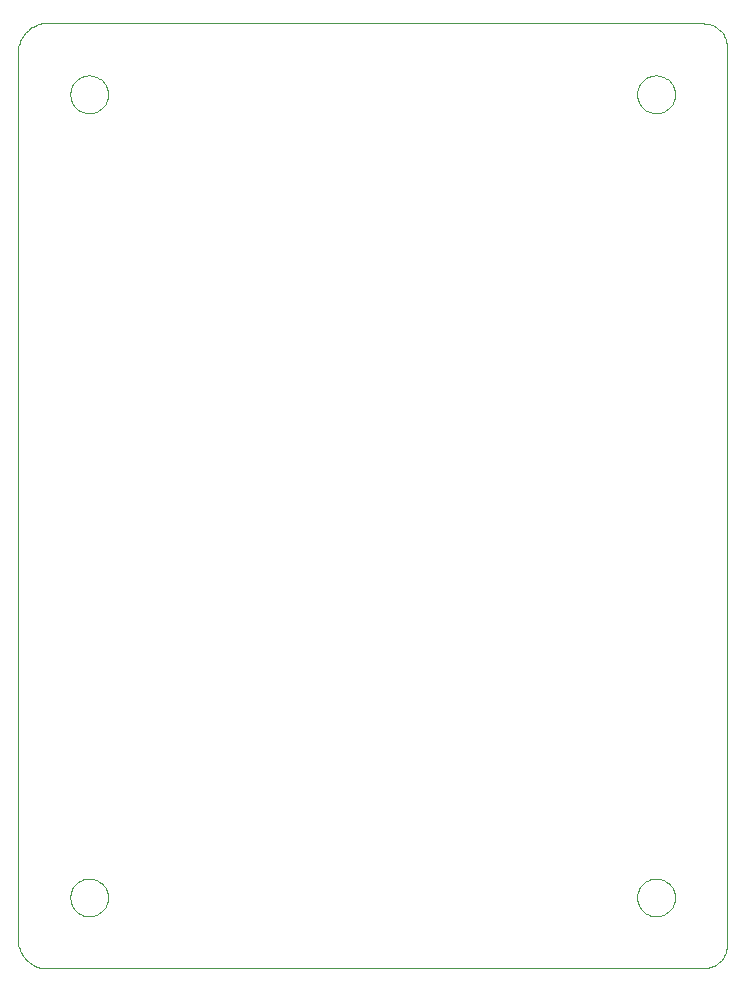
<source format=gbp>
G75*
G70*
%OFA0B0*%
%FSLAX24Y24*%
%IPPOS*%
%LPD*%
%AMOC8*
5,1,8,0,0,1.08239X$1,22.5*
%
%ADD10C,0.0000*%
D10*
X015719Y008027D02*
X015719Y037160D01*
X015718Y037160D02*
X015708Y037220D01*
X015702Y037280D01*
X015699Y037341D01*
X015700Y037401D01*
X015704Y037462D01*
X015713Y037522D01*
X015724Y037581D01*
X015740Y037640D01*
X015759Y037698D01*
X015781Y037754D01*
X015807Y037809D01*
X015836Y037862D01*
X015868Y037914D01*
X015903Y037963D01*
X015941Y038011D01*
X015982Y038055D01*
X016025Y038098D01*
X016071Y038137D01*
X016119Y038174D01*
X016170Y038208D01*
X016222Y038238D01*
X016276Y038266D01*
X016332Y038290D01*
X016389Y038311D01*
X016447Y038328D01*
X016506Y038342D01*
X038553Y038342D01*
X038553Y038341D02*
X038607Y038339D01*
X038660Y038334D01*
X038713Y038325D01*
X038765Y038312D01*
X038817Y038296D01*
X038867Y038276D01*
X038915Y038253D01*
X038962Y038226D01*
X039007Y038197D01*
X039050Y038164D01*
X039090Y038129D01*
X039128Y038091D01*
X039163Y038051D01*
X039196Y038008D01*
X039225Y037963D01*
X039252Y037916D01*
X039275Y037868D01*
X039295Y037818D01*
X039311Y037766D01*
X039324Y037714D01*
X039333Y037661D01*
X039338Y037608D01*
X039340Y037554D01*
X039341Y037554D02*
X039341Y007633D01*
X039340Y007633D02*
X039338Y007579D01*
X039333Y007526D01*
X039324Y007473D01*
X039311Y007421D01*
X039295Y007369D01*
X039275Y007319D01*
X039252Y007271D01*
X039225Y007224D01*
X039196Y007179D01*
X039163Y007136D01*
X039128Y007096D01*
X039090Y007058D01*
X039050Y007023D01*
X039007Y006990D01*
X038962Y006961D01*
X038915Y006934D01*
X038867Y006911D01*
X038817Y006891D01*
X038765Y006875D01*
X038713Y006862D01*
X038660Y006853D01*
X038607Y006848D01*
X038553Y006846D01*
X016506Y006846D01*
X016506Y006845D02*
X016447Y006859D01*
X016389Y006876D01*
X016332Y006897D01*
X016276Y006921D01*
X016222Y006949D01*
X016170Y006979D01*
X016119Y007013D01*
X016071Y007050D01*
X016025Y007089D01*
X015982Y007132D01*
X015941Y007176D01*
X015903Y007224D01*
X015868Y007273D01*
X015836Y007325D01*
X015807Y007378D01*
X015781Y007433D01*
X015759Y007489D01*
X015740Y007547D01*
X015724Y007606D01*
X015713Y007665D01*
X015704Y007725D01*
X015700Y007786D01*
X015699Y007846D01*
X015702Y007907D01*
X015708Y007967D01*
X015718Y008027D01*
X017451Y009208D02*
X017453Y009258D01*
X017459Y009308D01*
X017469Y009357D01*
X017483Y009405D01*
X017500Y009452D01*
X017521Y009497D01*
X017546Y009541D01*
X017574Y009582D01*
X017606Y009621D01*
X017640Y009658D01*
X017677Y009692D01*
X017717Y009722D01*
X017759Y009749D01*
X017803Y009773D01*
X017849Y009794D01*
X017896Y009810D01*
X017944Y009823D01*
X017994Y009832D01*
X018043Y009837D01*
X018094Y009838D01*
X018144Y009835D01*
X018193Y009828D01*
X018242Y009817D01*
X018290Y009802D01*
X018336Y009784D01*
X018381Y009762D01*
X018424Y009736D01*
X018465Y009707D01*
X018504Y009675D01*
X018540Y009640D01*
X018572Y009602D01*
X018602Y009562D01*
X018629Y009519D01*
X018652Y009475D01*
X018671Y009429D01*
X018687Y009381D01*
X018699Y009332D01*
X018707Y009283D01*
X018711Y009233D01*
X018711Y009183D01*
X018707Y009133D01*
X018699Y009084D01*
X018687Y009035D01*
X018671Y008987D01*
X018652Y008941D01*
X018629Y008897D01*
X018602Y008854D01*
X018572Y008814D01*
X018540Y008776D01*
X018504Y008741D01*
X018465Y008709D01*
X018424Y008680D01*
X018381Y008654D01*
X018336Y008632D01*
X018290Y008614D01*
X018242Y008599D01*
X018193Y008588D01*
X018144Y008581D01*
X018094Y008578D01*
X018043Y008579D01*
X017994Y008584D01*
X017944Y008593D01*
X017896Y008606D01*
X017849Y008622D01*
X017803Y008643D01*
X017759Y008667D01*
X017717Y008694D01*
X017677Y008724D01*
X017640Y008758D01*
X017606Y008795D01*
X017574Y008834D01*
X017546Y008875D01*
X017521Y008919D01*
X017500Y008964D01*
X017483Y009011D01*
X017469Y009059D01*
X017459Y009108D01*
X017453Y009158D01*
X017451Y009208D01*
X036349Y009208D02*
X036351Y009258D01*
X036357Y009308D01*
X036367Y009357D01*
X036381Y009405D01*
X036398Y009452D01*
X036419Y009497D01*
X036444Y009541D01*
X036472Y009582D01*
X036504Y009621D01*
X036538Y009658D01*
X036575Y009692D01*
X036615Y009722D01*
X036657Y009749D01*
X036701Y009773D01*
X036747Y009794D01*
X036794Y009810D01*
X036842Y009823D01*
X036892Y009832D01*
X036941Y009837D01*
X036992Y009838D01*
X037042Y009835D01*
X037091Y009828D01*
X037140Y009817D01*
X037188Y009802D01*
X037234Y009784D01*
X037279Y009762D01*
X037322Y009736D01*
X037363Y009707D01*
X037402Y009675D01*
X037438Y009640D01*
X037470Y009602D01*
X037500Y009562D01*
X037527Y009519D01*
X037550Y009475D01*
X037569Y009429D01*
X037585Y009381D01*
X037597Y009332D01*
X037605Y009283D01*
X037609Y009233D01*
X037609Y009183D01*
X037605Y009133D01*
X037597Y009084D01*
X037585Y009035D01*
X037569Y008987D01*
X037550Y008941D01*
X037527Y008897D01*
X037500Y008854D01*
X037470Y008814D01*
X037438Y008776D01*
X037402Y008741D01*
X037363Y008709D01*
X037322Y008680D01*
X037279Y008654D01*
X037234Y008632D01*
X037188Y008614D01*
X037140Y008599D01*
X037091Y008588D01*
X037042Y008581D01*
X036992Y008578D01*
X036941Y008579D01*
X036892Y008584D01*
X036842Y008593D01*
X036794Y008606D01*
X036747Y008622D01*
X036701Y008643D01*
X036657Y008667D01*
X036615Y008694D01*
X036575Y008724D01*
X036538Y008758D01*
X036504Y008795D01*
X036472Y008834D01*
X036444Y008875D01*
X036419Y008919D01*
X036398Y008964D01*
X036381Y009011D01*
X036367Y009059D01*
X036357Y009108D01*
X036351Y009158D01*
X036349Y009208D01*
X036349Y035979D02*
X036351Y036029D01*
X036357Y036079D01*
X036367Y036128D01*
X036381Y036176D01*
X036398Y036223D01*
X036419Y036268D01*
X036444Y036312D01*
X036472Y036353D01*
X036504Y036392D01*
X036538Y036429D01*
X036575Y036463D01*
X036615Y036493D01*
X036657Y036520D01*
X036701Y036544D01*
X036747Y036565D01*
X036794Y036581D01*
X036842Y036594D01*
X036892Y036603D01*
X036941Y036608D01*
X036992Y036609D01*
X037042Y036606D01*
X037091Y036599D01*
X037140Y036588D01*
X037188Y036573D01*
X037234Y036555D01*
X037279Y036533D01*
X037322Y036507D01*
X037363Y036478D01*
X037402Y036446D01*
X037438Y036411D01*
X037470Y036373D01*
X037500Y036333D01*
X037527Y036290D01*
X037550Y036246D01*
X037569Y036200D01*
X037585Y036152D01*
X037597Y036103D01*
X037605Y036054D01*
X037609Y036004D01*
X037609Y035954D01*
X037605Y035904D01*
X037597Y035855D01*
X037585Y035806D01*
X037569Y035758D01*
X037550Y035712D01*
X037527Y035668D01*
X037500Y035625D01*
X037470Y035585D01*
X037438Y035547D01*
X037402Y035512D01*
X037363Y035480D01*
X037322Y035451D01*
X037279Y035425D01*
X037234Y035403D01*
X037188Y035385D01*
X037140Y035370D01*
X037091Y035359D01*
X037042Y035352D01*
X036992Y035349D01*
X036941Y035350D01*
X036892Y035355D01*
X036842Y035364D01*
X036794Y035377D01*
X036747Y035393D01*
X036701Y035414D01*
X036657Y035438D01*
X036615Y035465D01*
X036575Y035495D01*
X036538Y035529D01*
X036504Y035566D01*
X036472Y035605D01*
X036444Y035646D01*
X036419Y035690D01*
X036398Y035735D01*
X036381Y035782D01*
X036367Y035830D01*
X036357Y035879D01*
X036351Y035929D01*
X036349Y035979D01*
X017451Y035979D02*
X017453Y036029D01*
X017459Y036079D01*
X017469Y036128D01*
X017483Y036176D01*
X017500Y036223D01*
X017521Y036268D01*
X017546Y036312D01*
X017574Y036353D01*
X017606Y036392D01*
X017640Y036429D01*
X017677Y036463D01*
X017717Y036493D01*
X017759Y036520D01*
X017803Y036544D01*
X017849Y036565D01*
X017896Y036581D01*
X017944Y036594D01*
X017994Y036603D01*
X018043Y036608D01*
X018094Y036609D01*
X018144Y036606D01*
X018193Y036599D01*
X018242Y036588D01*
X018290Y036573D01*
X018336Y036555D01*
X018381Y036533D01*
X018424Y036507D01*
X018465Y036478D01*
X018504Y036446D01*
X018540Y036411D01*
X018572Y036373D01*
X018602Y036333D01*
X018629Y036290D01*
X018652Y036246D01*
X018671Y036200D01*
X018687Y036152D01*
X018699Y036103D01*
X018707Y036054D01*
X018711Y036004D01*
X018711Y035954D01*
X018707Y035904D01*
X018699Y035855D01*
X018687Y035806D01*
X018671Y035758D01*
X018652Y035712D01*
X018629Y035668D01*
X018602Y035625D01*
X018572Y035585D01*
X018540Y035547D01*
X018504Y035512D01*
X018465Y035480D01*
X018424Y035451D01*
X018381Y035425D01*
X018336Y035403D01*
X018290Y035385D01*
X018242Y035370D01*
X018193Y035359D01*
X018144Y035352D01*
X018094Y035349D01*
X018043Y035350D01*
X017994Y035355D01*
X017944Y035364D01*
X017896Y035377D01*
X017849Y035393D01*
X017803Y035414D01*
X017759Y035438D01*
X017717Y035465D01*
X017677Y035495D01*
X017640Y035529D01*
X017606Y035566D01*
X017574Y035605D01*
X017546Y035646D01*
X017521Y035690D01*
X017500Y035735D01*
X017483Y035782D01*
X017469Y035830D01*
X017459Y035879D01*
X017453Y035929D01*
X017451Y035979D01*
M02*

</source>
